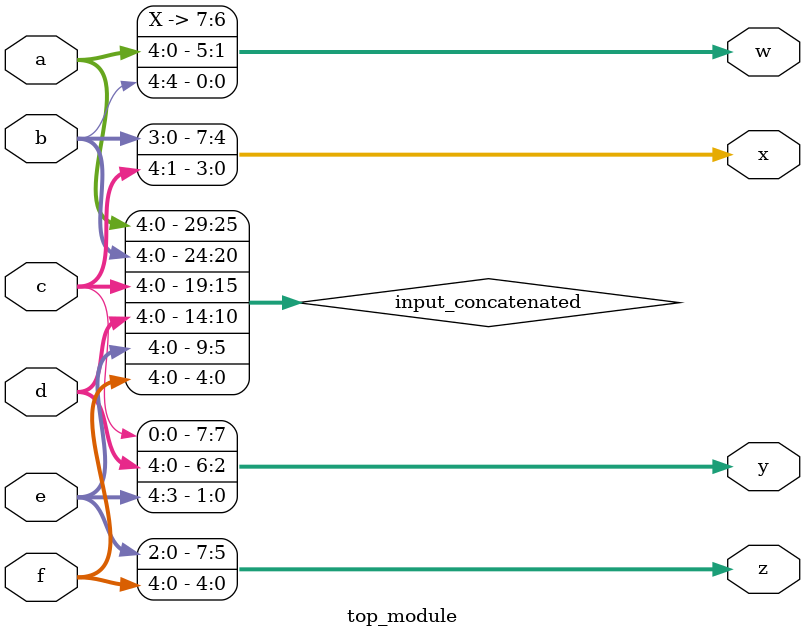
<source format=sv>
module top_module (
	input [4:0] a,
	input [4:0] b,
	input [4:0] c,
	input [4:0] d,
	input [4:0] e,
	input [4:0] f,
	output [7:0] w,
	output [7:0] x,
	output [7:0] y,
	output [7:0] z
);
	// Concatenating input vectors
	wire [29:0] input_concatenated;
	assign input_concatenated = {a, b, c, d, e, f};
	
	// Shifting and splitting output vectors
	assign w = input_concatenated[31:24];
	assign x = input_concatenated[23:16];
	assign y = input_concatenated[15:8];
	assign z = input_concatenated[7:0];
endmodule

</source>
